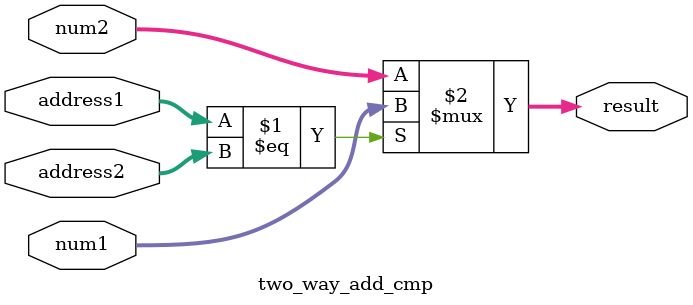
<source format=v>
module two_way_add_cmp(address1,address2,num1,num2,result);
	input [4:0] address1,address2;
	input [31:0] num1,num2;
	output [31:0] result;

	assign result=(address1==address2)?num1:num2;

	endmodule

</source>
